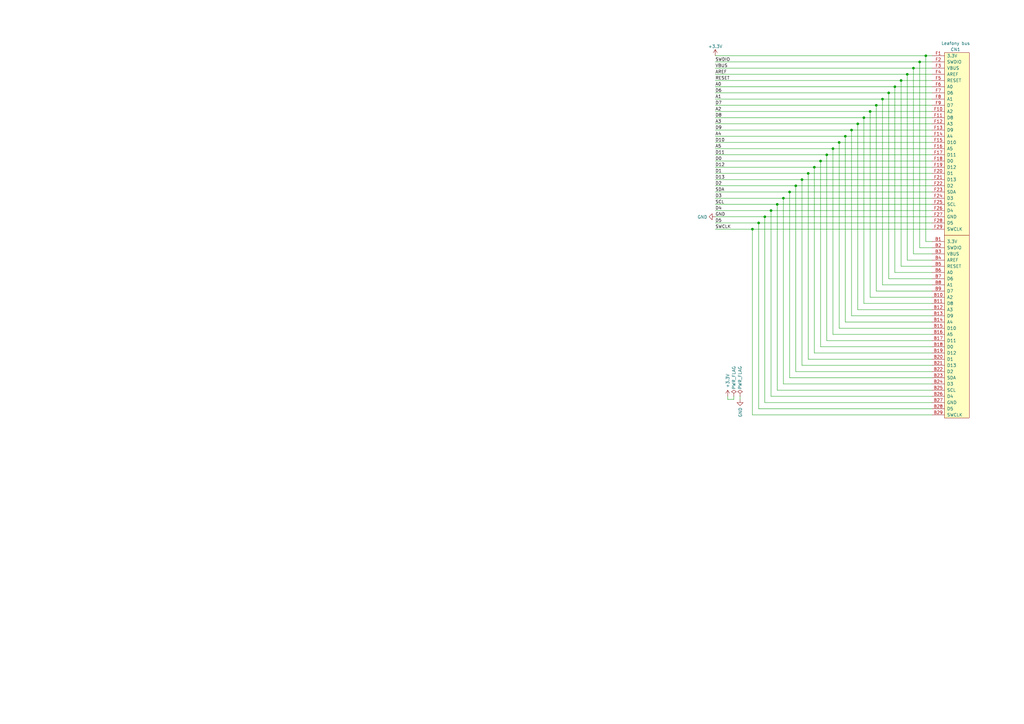
<source format=kicad_sch>
(kicad_sch (version 20230121) (generator eeschema)
  (paper "A3")
  (lib_symbols
    (symbol "Leafony:LeafIF" (pin_names (offset 1.016))
      (property "Reference" "CN" (at 10.16 5.08 0))
      (property "Value" "LeafIF" (at 10.16 2.54 0))
      (symbol "LeafIF_0_1"
        (polyline (pts (xy 5.08 -73.66) (xy 15.24 -73.66)))
        (rectangle (start 5.08 1.27) (end 15.24 -148.59) (fill (type background)))
      )
      (symbol "LeafIF_1_1"
        (pin passive line (at 0 -76.2 0) (length 5.08) (name "3.3V") (number "B1"))
        (pin passive line (at 0 -99.06 0) (length 5.08) (name "A2") (number "B10"))
        (pin passive line (at 0 -101.6 0) (length 5.08) (name "D8") (number "B11"))
        (pin passive line (at 0 -104.14 0) (length 5.08) (name "A3") (number "B12"))
        (pin passive line (at 0 -106.68 0) (length 5.08) (name "D9") (number "B13"))
        (pin passive line (at 0 -109.22 0) (length 5.08) (name "A4") (number "B14"))
        (pin passive line (at 0 -111.76 0) (length 5.08) (name "D10") (number "B15"))
        (pin passive line (at 0 -114.3 0) (length 5.08) (name "A5") (number "B16"))
        (pin passive line (at 0 -116.84 0) (length 5.08) (name "D11") (number "B17"))
        (pin passive line (at 0 -119.38 0) (length 5.08) (name "D0") (number "B18"))
        (pin passive line (at 0 -121.92 0) (length 5.08) (name "D12") (number "B19"))
        (pin passive line (at 0 -78.74 0) (length 5.08) (name "SWDIO") (number "B2"))
        (pin passive line (at 0 -124.46 0) (length 5.08) (name "D1") (number "B20"))
        (pin passive line (at 0 -127 0) (length 5.08) (name "D13") (number "B21"))
        (pin passive line (at 0 -129.54 0) (length 5.08) (name "D2") (number "B22"))
        (pin passive line (at 0 -132.08 0) (length 5.08) (name "SDA") (number "B23"))
        (pin passive line (at 0 -134.62 0) (length 5.08) (name "D3") (number "B24"))
        (pin passive line (at 0 -137.16 0) (length 5.08) (name "SCL") (number "B25"))
        (pin passive line (at 0 -139.7 0) (length 5.08) (name "D4") (number "B26"))
        (pin passive line (at 0 -142.24 0) (length 5.08) (name "GND") (number "B27"))
        (pin passive line (at 0 -144.78 0) (length 5.08) (name "D5") (number "B28"))
        (pin passive line (at 0 -147.32 0) (length 5.08) (name "SWCLK") (number "B29"))
        (pin passive line (at 0 -81.28 0) (length 5.08) (name "VBUS") (number "B3"))
        (pin passive line (at 0 -83.82 0) (length 5.08) (name "AREF") (number "B4"))
        (pin passive line (at 0 -86.36 0) (length 5.08) (name "RESET") (number "B5"))
        (pin passive line (at 0 -88.9 0) (length 5.08) (name "A0") (number "B6"))
        (pin passive line (at 0 -91.44 0) (length 5.08) (name "D6") (number "B7"))
        (pin passive line (at 0 -93.98 0) (length 5.08) (name "A1") (number "B8"))
        (pin passive line (at 0 -96.52 0) (length 5.08) (name "D7") (number "B9"))
        (pin passive line (at 0 0 0) (length 5.08) (name "3.3V") (number "F1"))
        (pin passive line (at 0 -22.86 0) (length 5.08) (name "A2") (number "F10"))
        (pin passive line (at 0 -25.4 0) (length 5.08) (name "D8") (number "F11"))
        (pin passive line (at 0 -27.94 0) (length 5.08) (name "A3") (number "F12"))
        (pin passive line (at 0 -30.48 0) (length 5.08) (name "D9") (number "F13"))
        (pin passive line (at 0 -33.02 0) (length 5.08) (name "A4") (number "F14"))
        (pin passive line (at 0 -35.56 0) (length 5.08) (name "D10") (number "F15"))
        (pin passive line (at 0 -38.1 0) (length 5.08) (name "A5") (number "F16"))
        (pin passive line (at 0 -40.64 0) (length 5.08) (name "D11") (number "F17"))
        (pin passive line (at 0 -43.18 0) (length 5.08) (name "D0") (number "F18"))
        (pin passive line (at 0 -45.72 0) (length 5.08) (name "D12") (number "F19"))
        (pin passive line (at 0 -2.54 0) (length 5.08) (name "SWDIO") (number "F2"))
        (pin passive line (at 0 -48.26 0) (length 5.08) (name "D1") (number "F20"))
        (pin passive line (at 0 -50.8 0) (length 5.08) (name "D13") (number "F21"))
        (pin passive line (at 0 -53.34 0) (length 5.08) (name "D2") (number "F22"))
        (pin passive line (at 0 -55.88 0) (length 5.08) (name "SDA") (number "F23"))
        (pin passive line (at 0 -58.42 0) (length 5.08) (name "D3") (number "F24"))
        (pin passive line (at 0 -60.96 0) (length 5.08) (name "SCL") (number "F25"))
        (pin passive line (at 0 -63.5 0) (length 5.08) (name "D4") (number "F26"))
        (pin passive line (at 0 -66.04 0) (length 5.08) (name "GND") (number "F27"))
        (pin passive line (at 0 -68.58 0) (length 5.08) (name "D5") (number "F28"))
        (pin passive line (at 0 -71.12 0) (length 5.08) (name "SWCLK") (number "F29"))
        (pin passive line (at 0 -5.08 0) (length 5.08) (name "VBUS") (number "F3"))
        (pin passive line (at 0 -7.62 0) (length 5.08) (name "AREF") (number "F4"))
        (pin passive line (at 0 -10.16 0) (length 5.08) (name "RESET") (number "F5"))
        (pin passive line (at 0 -12.7 0) (length 5.08) (name "A0") (number "F6"))
        (pin passive line (at 0 -15.24 0) (length 5.08) (name "D6") (number "F7"))
        (pin passive line (at 0 -17.78 0) (length 5.08) (name "A1") (number "F8"))
        (pin passive line (at 0 -20.32 0) (length 5.08) (name "D7") (number "F9"))
      )
    )
    (symbol "power:+3.3V" (power) (pin_names (offset 0))
      (property "Value" "+3.3V" (at 0 3.556 0))
      (symbol "+3.3V_0_1"
        (polyline (pts (xy -0.762 1.27) (xy 0 2.54)))
        (polyline (pts (xy 0 0) (xy 0 2.54)))
        (polyline (pts (xy 0 2.54) (xy 0.762 1.27)))
      )
      (symbol "+3.3V_1_1"
        (pin power_in line (at 0 0 90) (length 0) hide (name "+3.3V") (number "1"))
      )
    )
    (symbol "power:GND" (power) (pin_names (offset 0))
      (property "Value" "GND" (at 0 -3.81 0))
      (symbol "GND_0_1"
        (polyline (pts (xy 0 0) (xy 0 -1.27) (xy 1.27 -1.27) (xy 0 -2.54) (xy -1.27 -1.27) (xy 0 -1.27)))
      )
      (symbol "GND_1_1"
        (pin power_in line (at 0 0 270) (length 0) hide (name "GND") (number "1"))
      )
    )
    (symbol "power:PWR_FLAG" (power) (pin_numbers hide) (pin_names (offset 0) hide)
      (property "Value" "PWR_FLAG" (at 0 3.81 0))
      (symbol "PWR_FLAG_0_0"
        (pin power_out line (at 0 0 90) (length 0) (name "pwr") (number "1"))
      )
      (symbol "PWR_FLAG_0_1"
        (polyline (pts (xy 0 0) (xy 0 1.27) (xy -1.016 1.905) (xy 0 2.54) (xy 1.016 1.905) (xy 0 1.27)))
      )
    )
  )
  (junction (at 361.95 40.64))
  (junction (at 326.39 76.2))
  (junction (at 323.85 78.74))
  (junction (at 354.33 48.26))
  (junction (at 374.65 27.94))
  (junction (at 359.41 43.18))
  (junction (at 367.03 35.56))
  (junction (at 336.55 66.04))
  (junction (at 311.15 91.44))
  (junction (at 369.57 33.02))
  (junction (at 339.09 63.5))
  (junction (at 346.71 55.88))
  (junction (at 379.73 22.86))
  (junction (at 351.79 50.8))
  (junction (at 321.31 81.28))
  (junction (at 364.49 38.1))
  (junction (at 328.93 73.66))
  (junction (at 344.17 58.42))
  (junction (at 316.23 86.36))
  (junction (at 341.63 60.96))
  (junction (at 308.61 93.98))
  (junction (at 334.01 68.58))
  (junction (at 372.11 30.48))
  (junction (at 356.87 45.72))
  (junction (at 331.47 71.12))
  (junction (at 318.77 83.82))
  (junction (at 349.25 53.34))
  (junction (at 377.19 25.4))
  (junction (at 313.69 88.9))
  (wire (pts (xy 382.27 33.02) (xy 369.57 33.02)))
  (wire (pts (xy 382.27 142.24) (xy 336.55 142.24)))
  (wire (pts (xy 328.93 73.66) (xy 293.37 73.66)))
  (wire (pts (xy 331.47 71.12) (xy 293.37 71.12)))
  (wire (pts (xy 382.27 106.68) (xy 372.11 106.68)))
  (wire (pts (xy 382.27 167.64) (xy 311.15 167.64)))
  (wire (pts (xy 382.27 43.18) (xy 359.41 43.18)))
  (wire (pts (xy 382.27 170.18) (xy 308.61 170.18)))
  (wire (pts (xy 382.27 58.42) (xy 344.17 58.42)))
  (wire (pts (xy 382.27 132.08) (xy 346.71 132.08)))
  (wire (pts (xy 382.27 144.78) (xy 334.01 144.78)))
  (wire (pts (xy 359.41 119.38) (xy 359.41 43.18)))
  (wire (pts (xy 382.27 119.38) (xy 359.41 119.38)))
  (wire (pts (xy 356.87 121.92) (xy 356.87 45.72)))
  (wire (pts (xy 379.73 99.06) (xy 379.73 22.86)))
  (wire (pts (xy 328.93 149.86) (xy 328.93 73.66)))
  (wire (pts (xy 293.37 91.44) (xy 311.15 91.44)))
  (wire (pts (xy 382.27 71.12) (xy 331.47 71.12)))
  (wire (pts (xy 377.19 101.6) (xy 377.19 25.4)))
  (wire (pts (xy 349.25 129.54) (xy 349.25 53.34)))
  (wire (pts (xy 382.27 116.84) (xy 361.95 116.84)))
  (wire (pts (xy 382.27 53.34) (xy 349.25 53.34)))
  (wire (pts (xy 361.95 40.64) (xy 293.37 40.64)))
  (wire (pts (xy 382.27 45.72) (xy 356.87 45.72)))
  (wire (pts (xy 318.77 83.82) (xy 293.37 83.82)))
  (wire (pts (xy 382.27 111.76) (xy 367.03 111.76)))
  (wire (pts (xy 382.27 139.7) (xy 339.09 139.7)))
  (wire (pts (xy 382.27 78.74) (xy 323.85 78.74)))
  (wire (pts (xy 369.57 33.02) (xy 293.37 33.02)))
  (wire (pts (xy 351.79 50.8) (xy 293.37 50.8)))
  (wire (pts (xy 382.27 27.94) (xy 374.65 27.94)))
  (wire (pts (xy 367.03 111.76) (xy 367.03 35.56)))
  (wire (pts (xy 339.09 63.5) (xy 293.37 63.5)))
  (wire (pts (xy 382.27 157.48) (xy 321.31 157.48)))
  (wire (pts (xy 316.23 86.36) (xy 293.37 86.36)))
  (wire (pts (xy 382.27 99.06) (xy 379.73 99.06)))
  (wire (pts (xy 382.27 76.2) (xy 326.39 76.2)))
  (wire (pts (xy 372.11 106.68) (xy 372.11 30.48)))
  (wire (pts (xy 382.27 104.14) (xy 374.65 104.14)))
  (wire (pts (xy 382.27 81.28) (xy 321.31 81.28)))
  (wire (pts (xy 323.85 154.94) (xy 323.85 78.74)))
  (wire (pts (xy 334.01 68.58) (xy 293.37 68.58)))
  (wire (pts (xy 354.33 124.46) (xy 354.33 48.26)))
  (wire (pts (xy 311.15 91.44) (xy 311.15 167.64)))
  (wire (pts (xy 321.31 157.48) (xy 321.31 81.28)))
  (wire (pts (xy 346.71 132.08) (xy 346.71 55.88)))
  (wire (pts (xy 382.27 30.48) (xy 372.11 30.48)))
  (wire (pts (xy 382.27 73.66) (xy 328.93 73.66)))
  (wire (pts (xy 339.09 139.7) (xy 339.09 63.5)))
  (wire (pts (xy 303.53 163.83) (xy 303.53 162.56)))
  (wire (pts (xy 293.37 93.98) (xy 308.61 93.98)))
  (wire (pts (xy 382.27 152.4) (xy 326.39 152.4)))
  (wire (pts (xy 344.17 134.62) (xy 344.17 58.42)))
  (wire (pts (xy 382.27 60.96) (xy 341.63 60.96)))
  (wire (pts (xy 293.37 22.86) (xy 379.73 22.86)))
  (wire (pts (xy 382.27 66.04) (xy 336.55 66.04)))
  (wire (pts (xy 382.27 160.02) (xy 318.77 160.02)))
  (wire (pts (xy 300.99 162.56) (xy 300.99 163.83)))
  (wire (pts (xy 367.03 35.56) (xy 293.37 35.56)))
  (wire (pts (xy 374.65 27.94) (xy 293.37 27.94)))
  (wire (pts (xy 382.27 55.88) (xy 346.71 55.88)))
  (wire (pts (xy 331.47 147.32) (xy 331.47 71.12)))
  (wire (pts (xy 361.95 116.84) (xy 361.95 40.64)))
  (wire (pts (xy 326.39 152.4) (xy 326.39 76.2)))
  (wire (pts (xy 326.39 76.2) (xy 293.37 76.2)))
  (wire (pts (xy 382.27 121.92) (xy 356.87 121.92)))
  (wire (pts (xy 298.45 163.83) (xy 298.45 162.56)))
  (wire (pts (xy 369.57 109.22) (xy 369.57 33.02)))
  (wire (pts (xy 382.27 48.26) (xy 354.33 48.26)))
  (wire (pts (xy 300.99 163.83) (xy 298.45 163.83)))
  (wire (pts (xy 382.27 35.56) (xy 367.03 35.56)))
  (wire (pts (xy 382.27 149.86) (xy 328.93 149.86)))
  (wire (pts (xy 334.01 144.78) (xy 334.01 68.58)))
  (wire (pts (xy 316.23 162.56) (xy 316.23 86.36)))
  (wire (pts (xy 336.55 66.04) (xy 293.37 66.04)))
  (wire (pts (xy 382.27 109.22) (xy 369.57 109.22)))
  (wire (pts (xy 382.27 114.3) (xy 364.49 114.3)))
  (wire (pts (xy 382.27 25.4) (xy 377.19 25.4)))
  (wire (pts (xy 382.27 165.1) (xy 313.69 165.1)))
  (wire (pts (xy 382.27 22.86) (xy 379.73 22.86)))
  (wire (pts (xy 382.27 137.16) (xy 341.63 137.16)))
  (wire (pts (xy 341.63 137.16) (xy 341.63 60.96)))
  (wire (pts (xy 382.27 50.8) (xy 351.79 50.8)))
  (wire (pts (xy 377.19 101.6) (xy 382.27 101.6)))
  (wire (pts (xy 374.65 104.14) (xy 374.65 27.94)))
  (wire (pts (xy 382.27 154.94) (xy 323.85 154.94)))
  (wire (pts (xy 344.17 58.42) (xy 293.37 58.42)))
  (wire (pts (xy 382.27 63.5) (xy 339.09 63.5)))
  (wire (pts (xy 354.33 48.26) (xy 293.37 48.26)))
  (wire (pts (xy 359.41 43.18) (xy 293.37 43.18)))
  (wire (pts (xy 372.11 30.48) (xy 293.37 30.48)))
  (wire (pts (xy 323.85 78.74) (xy 293.37 78.74)))
  (wire (pts (xy 311.15 91.44) (xy 382.27 91.44)))
  (wire (pts (xy 382.27 129.54) (xy 349.25 129.54)))
  (wire (pts (xy 382.27 147.32) (xy 331.47 147.32)))
  (wire (pts (xy 382.27 127) (xy 351.79 127)))
  (wire (pts (xy 382.27 86.36) (xy 316.23 86.36)))
  (wire (pts (xy 382.27 88.9) (xy 313.69 88.9)))
  (wire (pts (xy 346.71 55.88) (xy 293.37 55.88)))
  (wire (pts (xy 341.63 60.96) (xy 293.37 60.96)))
  (wire (pts (xy 382.27 38.1) (xy 364.49 38.1)))
  (wire (pts (xy 321.31 81.28) (xy 293.37 81.28)))
  (wire (pts (xy 382.27 40.64) (xy 361.95 40.64)))
  (wire (pts (xy 382.27 162.56) (xy 316.23 162.56)))
  (wire (pts (xy 382.27 68.58) (xy 334.01 68.58)))
  (wire (pts (xy 364.49 38.1) (xy 293.37 38.1)))
  (wire (pts (xy 318.77 160.02) (xy 318.77 83.82)))
  (wire (pts (xy 308.61 93.98) (xy 308.61 170.18)))
  (wire (pts (xy 313.69 88.9) (xy 293.37 88.9)))
  (wire (pts (xy 377.19 25.4) (xy 293.37 25.4)))
  (wire (pts (xy 313.69 165.1) (xy 313.69 88.9)))
  (wire (pts (xy 364.49 114.3) (xy 364.49 38.1)))
  (wire (pts (xy 356.87 45.72) (xy 293.37 45.72)))
  (wire (pts (xy 382.27 83.82) (xy 318.77 83.82)))
  (wire (pts (xy 349.25 53.34) (xy 293.37 53.34)))
  (wire (pts (xy 351.79 127) (xy 351.79 50.8)))
  (wire (pts (xy 382.27 134.62) (xy 344.17 134.62)))
  (wire (pts (xy 382.27 124.46) (xy 354.33 124.46)))
  (wire (pts (xy 308.61 93.98) (xy 382.27 93.98)))
  (wire (pts (xy 336.55 142.24) (xy 336.55 66.04)))
  (label "VBUS" (at 293.37 27.94 0))
  (label "D8" (at 293.37 48.26 0))
  (label "D12" (at 293.37 68.58 0))
  (label "D0" (at 293.37 66.04 0))
  (label "D7" (at 293.37 43.18 0))
  (label "D13" (at 293.37 73.66 0))
  (label "SDA" (at 293.37 78.74 0))
  (label "D2" (at 293.37 76.2 0))
  (label "D1" (at 293.37 71.12 0))
  (label "A2" (at 293.37 45.72 0))
  (label "A4" (at 293.37 55.88 0))
  (label "D6" (at 293.37 38.1 0))
  (label "D10" (at 293.37 58.42 0))
  (label "A1" (at 293.37 40.64 0))
  (label "A5" (at 293.37 60.96 0))
  (label "SCL" (at 293.37 83.82 0))
  (label "SWDIO" (at 293.37 25.4 0))
  (label "GND" (at 293.37 88.9 0))
  (label "RESET" (at 293.37 33.02 0))
  (label "D9" (at 293.37 53.34 0))
  (label "SWCLK" (at 293.37 93.98 0))
  (label "D4" (at 293.37 86.36 0))
  (label "A0" (at 293.37 35.56 0))
  (label "D3" (at 293.37 81.28 0))
  (label "D11" (at 293.37 63.5 0))
  (label "A3" (at 293.37 50.8 0))
  (label "D5" (at 293.37 91.44 0))
  (label "AREF" (at 293.37 30.48 0))
  (symbol (lib_id "Leafony:LeafIF") (at 382.27 22.86 0) (unit 1) (in_bom no)
    (property "Reference" "CN1" (at 389.89 20.32 0) (effects (justify left)))
    (property "Value" "Leafony bus" (at 386.08 17.78 0) (effects (justify left)))
    (property "Footprint" "Leafony:CN_F29_B29" (effects hide))
  )
  (symbol (lib_id "power:GND") (at 293.37 88.9 270) (unit 1)
    (property "Reference" "#PWR0102" (effects hide))
    (property "Value" "GND" (at 290.1188 89.027 90) (effects (justify right)))
  )
  (symbol (lib_id "power:PWR_FLAG") (at 300.99 162.56 0) (unit 1)
    (property "Reference" "#FLG0101" (effects hide))
    (property "Value" "PWR_FLAG" (at 300.99 154.94 90))
  )
  (symbol (lib_id "power:PWR_FLAG") (at 303.53 162.56 0) (unit 1)
    (property "Reference" "#FLG0102" (effects hide))
    (property "Value" "PWR_FLAG" (at 303.53 154.94 90))
  )
  (symbol (lib_id "power:GND") (at 303.53 163.83 0) (unit 1)
    (property "Reference" "#PWR0104" (effects hide))
    (property "Value" "GND" (at 303.657 167.0812 90) (effects (justify right)))
  )
  (symbol (lib_id "power:+3.3V") (at 298.45 162.56 0) (unit 1)
    (property "Reference" "#PWR01" (effects hide))
    (property "Value" "+3.3V" (at 298.45 156.21 90))
  )
  (symbol (lib_id "power:+3.3V") (at 293.37 22.86 0) (unit 1)
    (property "Reference" "#PWR02" (effects hide))
    (property "Value" "+3.3V" (at 293.37 19.05 0))
  )
)
</source>
